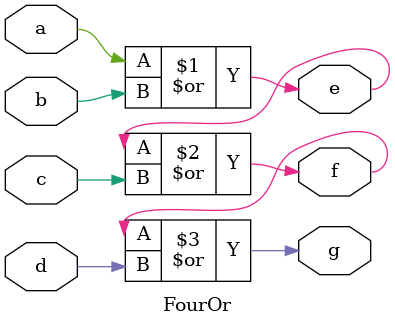
<source format=v>
`timescale 1ns / 1ps


module FourOr(
    input a,b,c,d,
    output e,f,g

    );
    
assign e=a|b;
assign f=e|c;
assign g=f|d;

endmodule

</source>
